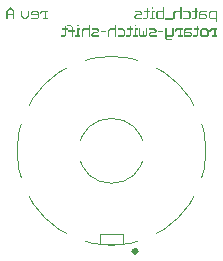
<source format=gbr>
%TF.GenerationSoftware,KiCad,Pcbnew,9.0.3-9.0.3-0~ubuntu22.04.1*%
%TF.CreationDate,2025-07-21T05:59:17-07:00*%
%TF.ProjectId,rotary-switch-shift,726f7461-7279-42d7-9377-697463682d73,rev?*%
%TF.SameCoordinates,Original*%
%TF.FileFunction,Legend,Bot*%
%TF.FilePolarity,Positive*%
%FSLAX46Y46*%
G04 Gerber Fmt 4.6, Leading zero omitted, Abs format (unit mm)*
G04 Created by KiCad (PCBNEW 9.0.3-9.0.3-0~ubuntu22.04.1) date 2025-07-21 05:59:17*
%MOMM*%
%LPD*%
G01*
G04 APERTURE LIST*
%ADD10C,0.150000*%
%ADD11C,0.100000*%
%ADD12C,0.120000*%
%ADD13C,0.300000*%
G04 APERTURE END LIST*
D10*
G36*
X148917934Y-64111367D02*
G01*
X148805949Y-64111367D01*
X148805949Y-63830000D01*
X148359778Y-63830000D01*
X148218422Y-63688705D01*
X148218422Y-63317944D01*
X148330408Y-63317944D01*
X148330408Y-63642543D01*
X148408749Y-63720884D01*
X148805949Y-63720884D01*
X148805949Y-63239603D01*
X148408749Y-63239603D01*
X148330408Y-63317944D01*
X148218422Y-63317944D01*
X148218422Y-63271782D01*
X148359778Y-63130488D01*
X148917934Y-63130488D01*
X148917934Y-64111367D01*
G37*
G36*
X148068946Y-63239603D02*
G01*
X147601770Y-63239603D01*
X147523429Y-63318372D01*
X147523429Y-63419672D01*
X147969600Y-63419672D01*
X148110956Y-63560783D01*
X148110956Y-63688888D01*
X147969600Y-63830000D01*
X147411444Y-63830000D01*
X147411444Y-63720884D01*
X147523429Y-63720884D01*
X147920629Y-63720884D01*
X147998970Y-63642909D01*
X147998970Y-63606762D01*
X147920629Y-63528787D01*
X147523429Y-63528787D01*
X147523429Y-63720884D01*
X147411444Y-63720884D01*
X147411444Y-63271966D01*
X147552800Y-63130488D01*
X148068946Y-63130488D01*
X148068946Y-63239603D01*
G37*
G36*
X146785205Y-63830000D02*
G01*
X147060101Y-63830000D01*
X147201395Y-63688705D01*
X147201395Y-63239603D01*
X147342079Y-63239603D01*
X147342079Y-63130488D01*
X147201395Y-63130488D01*
X147201395Y-62913600D01*
X147089410Y-62913600D01*
X147089410Y-63130488D01*
X146857501Y-63130488D01*
X146857501Y-63239603D01*
X147089410Y-63239603D01*
X147089410Y-63642543D01*
X147011191Y-63720884D01*
X146785205Y-63720884D01*
X146785205Y-63830000D01*
G37*
G36*
X146065177Y-63830000D02*
G01*
X146552991Y-63830000D01*
X146694347Y-63688705D01*
X146694347Y-63271782D01*
X146552991Y-63130488D01*
X146065177Y-63130488D01*
X146065177Y-63239603D01*
X146504082Y-63239603D01*
X146582362Y-63317944D01*
X146582362Y-63642543D01*
X146504082Y-63720884D01*
X146065177Y-63720884D01*
X146065177Y-63830000D01*
G37*
G36*
X145240614Y-63830000D02*
G01*
X145352599Y-63830000D01*
X145352599Y-63317944D01*
X145430940Y-63239603D01*
X145828140Y-63239603D01*
X145828140Y-63830000D01*
X145940125Y-63830000D01*
X145940125Y-62849120D01*
X145828140Y-62849120D01*
X145828140Y-63130488D01*
X145381969Y-63130488D01*
X145240614Y-63271782D01*
X145240614Y-63830000D01*
G37*
G36*
X144566503Y-63884710D02*
G01*
X145168318Y-63884710D01*
X145168318Y-63775594D01*
X144566503Y-63775594D01*
X144566503Y-63884710D01*
G37*
G36*
X144484438Y-63830000D02*
G01*
X143926282Y-63830000D01*
X143784926Y-63688705D01*
X143784926Y-63317944D01*
X143896912Y-63317944D01*
X143896912Y-63642543D01*
X143975252Y-63720884D01*
X144372452Y-63720884D01*
X144372452Y-63239603D01*
X143975252Y-63239603D01*
X143896912Y-63317944D01*
X143784926Y-63317944D01*
X143784926Y-63271782D01*
X143926282Y-63130488D01*
X144372452Y-63130488D01*
X144372452Y-62849120D01*
X144484438Y-62849120D01*
X144484438Y-63830000D01*
G37*
G36*
X143243684Y-63830000D02*
G01*
X143693091Y-63830000D01*
X143693091Y-63720884D01*
X143525052Y-63720884D01*
X143525052Y-63239603D01*
X143693091Y-63239603D01*
X143693091Y-63130488D01*
X143413066Y-63130488D01*
X143413066Y-63720884D01*
X143243684Y-63720884D01*
X143243684Y-63830000D01*
G37*
G36*
X143413066Y-62962449D02*
G01*
X143525052Y-62962449D01*
X143525052Y-62849120D01*
X143413066Y-62849120D01*
X143413066Y-62962449D01*
G37*
G36*
X142687787Y-63830000D02*
G01*
X142962683Y-63830000D01*
X143103977Y-63688705D01*
X143103977Y-63239603D01*
X143244661Y-63239603D01*
X143244661Y-63130488D01*
X143103977Y-63130488D01*
X143103977Y-62913600D01*
X142991992Y-62913600D01*
X142991992Y-63130488D01*
X142760083Y-63130488D01*
X142760083Y-63239603D01*
X142991992Y-63239603D01*
X142991992Y-63642543D01*
X142913773Y-63720884D01*
X142687787Y-63720884D01*
X142687787Y-63830000D01*
G37*
G36*
X142079195Y-63830000D02*
G01*
X142602486Y-63830000D01*
X142602486Y-63720884D01*
X142128166Y-63720884D01*
X142049825Y-63641749D01*
X142049825Y-63612135D01*
X142128166Y-63533000D01*
X142475113Y-63533000D01*
X142616468Y-63392011D01*
X142616468Y-63271477D01*
X142475113Y-63130488D01*
X141965867Y-63130488D01*
X141965867Y-63239603D01*
X142426142Y-63239603D01*
X142504483Y-63317212D01*
X142504483Y-63346277D01*
X142426142Y-63423885D01*
X142079195Y-63423885D01*
X141937840Y-63565484D01*
X141937840Y-63688400D01*
X142079195Y-63830000D01*
G37*
G36*
X134174179Y-63830000D02*
G01*
X134607954Y-63830000D01*
X134607954Y-63720884D01*
X134467270Y-63720884D01*
X134467270Y-63239603D01*
X134607954Y-63239603D01*
X134607954Y-63130488D01*
X134073307Y-63130488D01*
X133931890Y-63271782D01*
X133931890Y-63396285D01*
X134043875Y-63396285D01*
X134043875Y-63317944D01*
X134122338Y-63239603D01*
X134355285Y-63239603D01*
X134355285Y-63720884D01*
X134174179Y-63720884D01*
X134174179Y-63830000D01*
G37*
G36*
X133847871Y-63271477D02*
G01*
X133847871Y-63688400D01*
X133706515Y-63830000D01*
X133190369Y-63830000D01*
X133190369Y-63720884D01*
X133657544Y-63720884D01*
X133735885Y-63641749D01*
X133735885Y-63533000D01*
X133148359Y-63533000D01*
X133148359Y-63317212D01*
X133260344Y-63317212D01*
X133260344Y-63423885D01*
X133735885Y-63423885D01*
X133735885Y-63317212D01*
X133657544Y-63239603D01*
X133338685Y-63239603D01*
X133260344Y-63317212D01*
X133148359Y-63317212D01*
X133148359Y-63271477D01*
X133289715Y-63130488D01*
X133706515Y-63130488D01*
X133847871Y-63271477D01*
G37*
G36*
X132344312Y-63130488D02*
G01*
X132344312Y-63547411D01*
X132626962Y-63830000D01*
X132761173Y-63830000D01*
X133043823Y-63547411D01*
X133043823Y-63130488D01*
X132931838Y-63130488D01*
X132931838Y-63501249D01*
X132712263Y-63720884D01*
X132675871Y-63720884D01*
X132456297Y-63501249D01*
X132456297Y-63130488D01*
X132344312Y-63130488D01*
G37*
G36*
X131785484Y-63132564D02*
G01*
X131785484Y-63830000D01*
X131673499Y-63830000D01*
X131673499Y-63532695D01*
X131197958Y-63532695D01*
X131197958Y-63830000D01*
X131085972Y-63830000D01*
X131085972Y-63178970D01*
X131197958Y-63178970D01*
X131197958Y-63423579D01*
X131673499Y-63423579D01*
X131673499Y-63178970D01*
X131453924Y-62958236D01*
X131417532Y-62958236D01*
X131197958Y-63178970D01*
X131085972Y-63178970D01*
X131085972Y-63132564D01*
X131368622Y-62849120D01*
X131502834Y-62849120D01*
X131785484Y-63132564D01*
G37*
G36*
X148538869Y-65330000D02*
G01*
X148972644Y-65330000D01*
X148972644Y-65220884D01*
X148831960Y-65220884D01*
X148831960Y-64739603D01*
X148972644Y-64739603D01*
X148972644Y-64630488D01*
X148437997Y-64630488D01*
X148296580Y-64771782D01*
X148296580Y-64896285D01*
X148408565Y-64896285D01*
X148408565Y-64817944D01*
X148487028Y-64739603D01*
X148719975Y-64739603D01*
X148719975Y-65220884D01*
X148538869Y-65220884D01*
X148538869Y-65330000D01*
G37*
G36*
X148212561Y-64771782D02*
G01*
X148212561Y-65188705D01*
X148071205Y-65330000D01*
X147654405Y-65330000D01*
X147513049Y-65188705D01*
X147513049Y-64817944D01*
X147625034Y-64817944D01*
X147625034Y-65142543D01*
X147703375Y-65220884D01*
X148022234Y-65220884D01*
X148100575Y-65142543D01*
X148100575Y-64817944D01*
X148022234Y-64739603D01*
X147703375Y-64739603D01*
X147625034Y-64817944D01*
X147513049Y-64817944D01*
X147513049Y-64771782D01*
X147654405Y-64630488D01*
X148071205Y-64630488D01*
X148212561Y-64771782D01*
G37*
G36*
X146892672Y-65330000D02*
G01*
X147167568Y-65330000D01*
X147308862Y-65188705D01*
X147308862Y-64739603D01*
X147449546Y-64739603D01*
X147449546Y-64630488D01*
X147308862Y-64630488D01*
X147308862Y-64413600D01*
X147196877Y-64413600D01*
X147196877Y-64630488D01*
X146964968Y-64630488D01*
X146964968Y-64739603D01*
X147196877Y-64739603D01*
X147196877Y-65142543D01*
X147118658Y-65220884D01*
X146892672Y-65220884D01*
X146892672Y-65330000D01*
G37*
G36*
X146779344Y-64739603D02*
G01*
X146312168Y-64739603D01*
X146233827Y-64818372D01*
X146233827Y-64919672D01*
X146679998Y-64919672D01*
X146821353Y-65060783D01*
X146821353Y-65188888D01*
X146679998Y-65330000D01*
X146121842Y-65330000D01*
X146121842Y-65220884D01*
X146233827Y-65220884D01*
X146631027Y-65220884D01*
X146709368Y-65142909D01*
X146709368Y-65106762D01*
X146631027Y-65028787D01*
X146233827Y-65028787D01*
X146233827Y-65220884D01*
X146121842Y-65220884D01*
X146121842Y-64771966D01*
X146263197Y-64630488D01*
X146779344Y-64630488D01*
X146779344Y-64739603D01*
G37*
G36*
X145591346Y-65330000D02*
G01*
X146025122Y-65330000D01*
X146025122Y-65220884D01*
X145884438Y-65220884D01*
X145884438Y-64739603D01*
X146025122Y-64739603D01*
X146025122Y-64630488D01*
X145490474Y-64630488D01*
X145349057Y-64771782D01*
X145349057Y-64896285D01*
X145461043Y-64896285D01*
X145461043Y-64817944D01*
X145539506Y-64739603D01*
X145772452Y-64739603D01*
X145772452Y-65220884D01*
X145591346Y-65220884D01*
X145591346Y-65330000D01*
G37*
G36*
X144699066Y-65611367D02*
G01*
X145115867Y-65611367D01*
X145115867Y-65502252D01*
X144748037Y-65502252D01*
X144669696Y-65423178D01*
X144669696Y-65330000D01*
X145115867Y-65330000D01*
X145257222Y-65188705D01*
X145257222Y-64630488D01*
X145145237Y-64630488D01*
X145145237Y-65142543D01*
X145066896Y-65220884D01*
X144669696Y-65220884D01*
X144669696Y-64630488D01*
X144557711Y-64630488D01*
X144557711Y-65469767D01*
X144699066Y-65611367D01*
G37*
G36*
X143965666Y-64966566D02*
G01*
X144383810Y-64966566D01*
X144383810Y-64857451D01*
X143965666Y-64857451D01*
X143965666Y-64966566D01*
G37*
G36*
X143291617Y-65330000D02*
G01*
X143814907Y-65330000D01*
X143814907Y-65220884D01*
X143340587Y-65220884D01*
X143262247Y-65141749D01*
X143262247Y-65112135D01*
X143340587Y-65033000D01*
X143687534Y-65033000D01*
X143828890Y-64892011D01*
X143828890Y-64771477D01*
X143687534Y-64630488D01*
X143178288Y-64630488D01*
X143178288Y-64739603D01*
X143638564Y-64739603D01*
X143716905Y-64817212D01*
X143716905Y-64846277D01*
X143638564Y-64923885D01*
X143291617Y-64923885D01*
X143150261Y-65065484D01*
X143150261Y-65188400D01*
X143291617Y-65330000D01*
G37*
G36*
X142479143Y-65330000D02*
G01*
X142897042Y-65330000D01*
X143038520Y-65188705D01*
X143038520Y-64630488D01*
X142926535Y-64630488D01*
X142926535Y-65142543D01*
X142847950Y-65220884D01*
X142744085Y-65220884D01*
X142744085Y-64840354D01*
X142632100Y-64840354D01*
X142632100Y-65220884D01*
X142528236Y-65220884D01*
X142449651Y-65142543D01*
X142449651Y-64630488D01*
X142337665Y-64630488D01*
X142337665Y-65188705D01*
X142479143Y-65330000D01*
G37*
G36*
X141792882Y-65330000D02*
G01*
X142242288Y-65330000D01*
X142242288Y-65220884D01*
X142074249Y-65220884D01*
X142074249Y-64739603D01*
X142242288Y-64739603D01*
X142242288Y-64630488D01*
X141962264Y-64630488D01*
X141962264Y-65220884D01*
X141792882Y-65220884D01*
X141792882Y-65330000D01*
G37*
G36*
X141962264Y-64462449D02*
G01*
X142074249Y-64462449D01*
X142074249Y-64349120D01*
X141962264Y-64349120D01*
X141962264Y-64462449D01*
G37*
G36*
X141236985Y-65330000D02*
G01*
X141511880Y-65330000D01*
X141653175Y-65188705D01*
X141653175Y-64739603D01*
X141793859Y-64739603D01*
X141793859Y-64630488D01*
X141653175Y-64630488D01*
X141653175Y-64413600D01*
X141541189Y-64413600D01*
X141541189Y-64630488D01*
X141309281Y-64630488D01*
X141309281Y-64739603D01*
X141541189Y-64739603D01*
X141541189Y-65142543D01*
X141462971Y-65220884D01*
X141236985Y-65220884D01*
X141236985Y-65330000D01*
G37*
G36*
X140516957Y-65330000D02*
G01*
X141004771Y-65330000D01*
X141146127Y-65188705D01*
X141146127Y-64771782D01*
X141004771Y-64630488D01*
X140516957Y-64630488D01*
X140516957Y-64739603D01*
X140955861Y-64739603D01*
X141034141Y-64817944D01*
X141034141Y-65142543D01*
X140955861Y-65220884D01*
X140516957Y-65220884D01*
X140516957Y-65330000D01*
G37*
G36*
X139692393Y-65330000D02*
G01*
X139804378Y-65330000D01*
X139804378Y-64817944D01*
X139882719Y-64739603D01*
X140279919Y-64739603D01*
X140279919Y-65330000D01*
X140391905Y-65330000D01*
X140391905Y-64349120D01*
X140279919Y-64349120D01*
X140279919Y-64630488D01*
X139833749Y-64630488D01*
X139692393Y-64771782D01*
X139692393Y-65330000D01*
G37*
G36*
X139112072Y-64966566D02*
G01*
X139530216Y-64966566D01*
X139530216Y-64857451D01*
X139112072Y-64857451D01*
X139112072Y-64966566D01*
G37*
G36*
X138438023Y-65330000D02*
G01*
X138961313Y-65330000D01*
X138961313Y-65220884D01*
X138486994Y-65220884D01*
X138408653Y-65141749D01*
X138408653Y-65112135D01*
X138486994Y-65033000D01*
X138833941Y-65033000D01*
X138975296Y-64892011D01*
X138975296Y-64771477D01*
X138833941Y-64630488D01*
X138324694Y-64630488D01*
X138324694Y-64739603D01*
X138784970Y-64739603D01*
X138863311Y-64817212D01*
X138863311Y-64846277D01*
X138784970Y-64923885D01*
X138438023Y-64923885D01*
X138296667Y-65065484D01*
X138296667Y-65188400D01*
X138438023Y-65330000D01*
G37*
G36*
X137473691Y-65330000D02*
G01*
X137585676Y-65330000D01*
X137585676Y-64817944D01*
X137664017Y-64739603D01*
X138061217Y-64739603D01*
X138061217Y-65330000D01*
X138173203Y-65330000D01*
X138173203Y-64349120D01*
X138061217Y-64349120D01*
X138061217Y-64630488D01*
X137615047Y-64630488D01*
X137473691Y-64771782D01*
X137473691Y-65330000D01*
G37*
G36*
X136924633Y-65330000D02*
G01*
X137374040Y-65330000D01*
X137374040Y-65220884D01*
X137206001Y-65220884D01*
X137206001Y-64739603D01*
X137374040Y-64739603D01*
X137374040Y-64630488D01*
X137094016Y-64630488D01*
X137094016Y-65220884D01*
X136924633Y-65220884D01*
X136924633Y-65330000D01*
G37*
G36*
X137094016Y-64462449D02*
G01*
X137206001Y-64462449D01*
X137206001Y-64349120D01*
X137094016Y-64349120D01*
X137094016Y-64462449D01*
G37*
G36*
X136637770Y-65330000D02*
G01*
X136749755Y-65330000D01*
X136749755Y-64895919D01*
X136890439Y-64895919D01*
X136890439Y-64786803D01*
X136749755Y-64786803D01*
X136749755Y-64490659D01*
X136608400Y-64349120D01*
X136263224Y-64349120D01*
X136263224Y-64458236D01*
X136559429Y-64458236D01*
X136637770Y-64537187D01*
X136637770Y-64786803D01*
X136335519Y-64786803D01*
X136335519Y-64895919D01*
X136637770Y-64895919D01*
X136637770Y-65330000D01*
G37*
G36*
X135751290Y-65330000D02*
G01*
X136026186Y-65330000D01*
X136167480Y-65188705D01*
X136167480Y-64739603D01*
X136308164Y-64739603D01*
X136308164Y-64630488D01*
X136167480Y-64630488D01*
X136167480Y-64413600D01*
X136055495Y-64413600D01*
X136055495Y-64630488D01*
X135823586Y-64630488D01*
X135823586Y-64739603D01*
X136055495Y-64739603D01*
X136055495Y-65142543D01*
X135977276Y-65220884D01*
X135751290Y-65220884D01*
X135751290Y-65330000D01*
G37*
%TO.C,SW1*%
D11*
X141000000Y-82000000D02*
X139000000Y-82000000D01*
X139000000Y-82900000D01*
X141000000Y-82900000D01*
X141000000Y-82000000D01*
X142750000Y-75000000D02*
G75*
G02*
X137250000Y-75000000I-2750000J0D01*
G01*
X137250000Y-75000000D02*
G75*
G02*
X142750000Y-75000000I2750000J0D01*
G01*
D12*
X148000000Y-75000000D02*
G75*
G02*
X132000000Y-75000000I-8000000J0D01*
G01*
X132000000Y-75000000D02*
G75*
G02*
X148000000Y-75000000I8000000J0D01*
G01*
D13*
X142150000Y-83500000D02*
G75*
G02*
X141850000Y-83500000I-150000J0D01*
G01*
X141850000Y-83500000D02*
G75*
G02*
X142150000Y-83500000I150000J0D01*
G01*
%TD*%
%LPC*%
G36*
X137181792Y-81589120D02*
G01*
X137333563Y-81651986D01*
X137470155Y-81743253D01*
X137586316Y-81859414D01*
X137677583Y-81996006D01*
X137740449Y-82147777D01*
X137772498Y-82308898D01*
X137772498Y-82473174D01*
X137740449Y-82634295D01*
X137677583Y-82786066D01*
X137586316Y-82922658D01*
X137470155Y-83038819D01*
X137333563Y-83130086D01*
X137181792Y-83192952D01*
X137020671Y-83225001D01*
X136856395Y-83225001D01*
X136695274Y-83192952D01*
X136543503Y-83130086D01*
X136406911Y-83038819D01*
X136290750Y-82922658D01*
X136199483Y-82786066D01*
X136136617Y-82634295D01*
X136104568Y-82473174D01*
X136104568Y-82308898D01*
X136136617Y-82147777D01*
X136199483Y-81996006D01*
X136290750Y-81859414D01*
X136406911Y-81743253D01*
X136543503Y-81651986D01*
X136695274Y-81589120D01*
X136856395Y-81557071D01*
X137020671Y-81557071D01*
X137181792Y-81589120D01*
G37*
G36*
X143304726Y-81589120D02*
G01*
X143456497Y-81651986D01*
X143593089Y-81743253D01*
X143709250Y-81859414D01*
X143800517Y-81996006D01*
X143863383Y-82147777D01*
X143895432Y-82308898D01*
X143895432Y-82473174D01*
X143863383Y-82634295D01*
X143800517Y-82786066D01*
X143709250Y-82922658D01*
X143593089Y-83038819D01*
X143456497Y-83130086D01*
X143304726Y-83192952D01*
X143143605Y-83225001D01*
X142979329Y-83225001D01*
X142818208Y-83192952D01*
X142666437Y-83130086D01*
X142529845Y-83038819D01*
X142413684Y-82922658D01*
X142322417Y-82786066D01*
X142259551Y-82634295D01*
X142227502Y-82473174D01*
X142227502Y-82308898D01*
X142259551Y-82147777D01*
X142322417Y-81996006D01*
X142413684Y-81859414D01*
X142529845Y-81743253D01*
X142666437Y-81651986D01*
X142818208Y-81589120D01*
X142979329Y-81557071D01*
X143143605Y-81557071D01*
X143304726Y-81589120D01*
G37*
G36*
X132852223Y-77259551D02*
G01*
X133003994Y-77322417D01*
X133140586Y-77413684D01*
X133256747Y-77529845D01*
X133348014Y-77666437D01*
X133410880Y-77818208D01*
X133442929Y-77979329D01*
X133442929Y-78143605D01*
X133410880Y-78304726D01*
X133348014Y-78456497D01*
X133256747Y-78593089D01*
X133140586Y-78709250D01*
X133003994Y-78800517D01*
X132852223Y-78863383D01*
X132691102Y-78895432D01*
X132526826Y-78895432D01*
X132365705Y-78863383D01*
X132213934Y-78800517D01*
X132077342Y-78709250D01*
X131961181Y-78593089D01*
X131869914Y-78456497D01*
X131807048Y-78304726D01*
X131774999Y-78143605D01*
X131774999Y-77979329D01*
X131807048Y-77818208D01*
X131869914Y-77666437D01*
X131961181Y-77529845D01*
X132077342Y-77413684D01*
X132213934Y-77322417D01*
X132365705Y-77259551D01*
X132526826Y-77227502D01*
X132691102Y-77227502D01*
X132852223Y-77259551D01*
G37*
G36*
X147634295Y-77259551D02*
G01*
X147786066Y-77322417D01*
X147922658Y-77413684D01*
X148038819Y-77529845D01*
X148130086Y-77666437D01*
X148192952Y-77818208D01*
X148225001Y-77979329D01*
X148225001Y-78143605D01*
X148192952Y-78304726D01*
X148130086Y-78456497D01*
X148038819Y-78593089D01*
X147922658Y-78709250D01*
X147786066Y-78800517D01*
X147634295Y-78863383D01*
X147473174Y-78895432D01*
X147308898Y-78895432D01*
X147147777Y-78863383D01*
X146996006Y-78800517D01*
X146859414Y-78709250D01*
X146743253Y-78593089D01*
X146651986Y-78456497D01*
X146589120Y-78304726D01*
X146557071Y-78143605D01*
X146557071Y-77979329D01*
X146589120Y-77818208D01*
X146651986Y-77666437D01*
X146743253Y-77529845D01*
X146859414Y-77413684D01*
X146996006Y-77322417D01*
X147147777Y-77259551D01*
X147308898Y-77227502D01*
X147473174Y-77227502D01*
X147634295Y-77259551D01*
G37*
G36*
X137493259Y-74198084D02*
G01*
X137645030Y-74260950D01*
X137781622Y-74352217D01*
X137897783Y-74468378D01*
X137989050Y-74604970D01*
X138051916Y-74756741D01*
X138083965Y-74917862D01*
X138083965Y-75082138D01*
X138051916Y-75243259D01*
X137989050Y-75395030D01*
X137897783Y-75531622D01*
X137781622Y-75647783D01*
X137645030Y-75739050D01*
X137493259Y-75801916D01*
X137332138Y-75833965D01*
X137167862Y-75833965D01*
X137006741Y-75801916D01*
X136854970Y-75739050D01*
X136718378Y-75647783D01*
X136602217Y-75531622D01*
X136510950Y-75395030D01*
X136448084Y-75243259D01*
X136416035Y-75082138D01*
X136416035Y-74917862D01*
X136448084Y-74756741D01*
X136510950Y-74604970D01*
X136602217Y-74468378D01*
X136718378Y-74352217D01*
X136854970Y-74260950D01*
X137006741Y-74198084D01*
X137167862Y-74166035D01*
X137332138Y-74166035D01*
X137493259Y-74198084D01*
G37*
G36*
X140243259Y-74198084D02*
G01*
X140395030Y-74260950D01*
X140531622Y-74352217D01*
X140647783Y-74468378D01*
X140739050Y-74604970D01*
X140801916Y-74756741D01*
X140833965Y-74917862D01*
X140833965Y-75082138D01*
X140801916Y-75243259D01*
X140739050Y-75395030D01*
X140647783Y-75531622D01*
X140531622Y-75647783D01*
X140395030Y-75739050D01*
X140243259Y-75801916D01*
X140082138Y-75833965D01*
X139917862Y-75833965D01*
X139756741Y-75801916D01*
X139604970Y-75739050D01*
X139468378Y-75647783D01*
X139352217Y-75531622D01*
X139260950Y-75395030D01*
X139198084Y-75243259D01*
X139166035Y-75082138D01*
X139166035Y-74917862D01*
X139198084Y-74756741D01*
X139260950Y-74604970D01*
X139352217Y-74468378D01*
X139468378Y-74352217D01*
X139604970Y-74260950D01*
X139756741Y-74198084D01*
X139917862Y-74166035D01*
X140082138Y-74166035D01*
X140243259Y-74198084D01*
G37*
G36*
X142993259Y-74198084D02*
G01*
X143145030Y-74260950D01*
X143281622Y-74352217D01*
X143397783Y-74468378D01*
X143489050Y-74604970D01*
X143551916Y-74756741D01*
X143583965Y-74917862D01*
X143583965Y-75082138D01*
X143551916Y-75243259D01*
X143489050Y-75395030D01*
X143397783Y-75531622D01*
X143281622Y-75647783D01*
X143145030Y-75739050D01*
X142993259Y-75801916D01*
X142832138Y-75833965D01*
X142667862Y-75833965D01*
X142506741Y-75801916D01*
X142354970Y-75739050D01*
X142218378Y-75647783D01*
X142102217Y-75531622D01*
X142010950Y-75395030D01*
X141948084Y-75243259D01*
X141916035Y-75082138D01*
X141916035Y-74917862D01*
X141948084Y-74756741D01*
X142010950Y-74604970D01*
X142102217Y-74468378D01*
X142218378Y-74352217D01*
X142354970Y-74260950D01*
X142506741Y-74198084D01*
X142667862Y-74166035D01*
X142832138Y-74166035D01*
X142993259Y-74198084D01*
G37*
G36*
X132852223Y-71136617D02*
G01*
X133003994Y-71199483D01*
X133140586Y-71290750D01*
X133256747Y-71406911D01*
X133348014Y-71543503D01*
X133410880Y-71695274D01*
X133442929Y-71856395D01*
X133442929Y-72020671D01*
X133410880Y-72181792D01*
X133348014Y-72333563D01*
X133256747Y-72470155D01*
X133140586Y-72586316D01*
X133003994Y-72677583D01*
X132852223Y-72740449D01*
X132691102Y-72772498D01*
X132526826Y-72772498D01*
X132365705Y-72740449D01*
X132213934Y-72677583D01*
X132077342Y-72586316D01*
X131961181Y-72470155D01*
X131869914Y-72333563D01*
X131807048Y-72181792D01*
X131774999Y-72020671D01*
X131774999Y-71856395D01*
X131807048Y-71695274D01*
X131869914Y-71543503D01*
X131961181Y-71406911D01*
X132077342Y-71290750D01*
X132213934Y-71199483D01*
X132365705Y-71136617D01*
X132526826Y-71104568D01*
X132691102Y-71104568D01*
X132852223Y-71136617D01*
G37*
G36*
X147634295Y-71136617D02*
G01*
X147786066Y-71199483D01*
X147922658Y-71290750D01*
X148038819Y-71406911D01*
X148130086Y-71543503D01*
X148192952Y-71695274D01*
X148225001Y-71856395D01*
X148225001Y-72020671D01*
X148192952Y-72181792D01*
X148130086Y-72333563D01*
X148038819Y-72470155D01*
X147922658Y-72586316D01*
X147786066Y-72677583D01*
X147634295Y-72740449D01*
X147473174Y-72772498D01*
X147308898Y-72772498D01*
X147147777Y-72740449D01*
X146996006Y-72677583D01*
X146859414Y-72586316D01*
X146743253Y-72470155D01*
X146651986Y-72333563D01*
X146589120Y-72181792D01*
X146557071Y-72020671D01*
X146557071Y-71856395D01*
X146589120Y-71695274D01*
X146651986Y-71543503D01*
X146743253Y-71406911D01*
X146859414Y-71290750D01*
X146996006Y-71199483D01*
X147147777Y-71136617D01*
X147308898Y-71104568D01*
X147473174Y-71104568D01*
X147634295Y-71136617D01*
G37*
G36*
X137181792Y-66807048D02*
G01*
X137333563Y-66869914D01*
X137470155Y-66961181D01*
X137586316Y-67077342D01*
X137677583Y-67213934D01*
X137740449Y-67365705D01*
X137772498Y-67526826D01*
X137772498Y-67691102D01*
X137740449Y-67852223D01*
X137677583Y-68003994D01*
X137586316Y-68140586D01*
X137470155Y-68256747D01*
X137333563Y-68348014D01*
X137181792Y-68410880D01*
X137020671Y-68442929D01*
X136856395Y-68442929D01*
X136695274Y-68410880D01*
X136543503Y-68348014D01*
X136406911Y-68256747D01*
X136290750Y-68140586D01*
X136199483Y-68003994D01*
X136136617Y-67852223D01*
X136104568Y-67691102D01*
X136104568Y-67526826D01*
X136136617Y-67365705D01*
X136199483Y-67213934D01*
X136290750Y-67077342D01*
X136406911Y-66961181D01*
X136543503Y-66869914D01*
X136695274Y-66807048D01*
X136856395Y-66774999D01*
X137020671Y-66774999D01*
X137181792Y-66807048D01*
G37*
G36*
X143304726Y-66807048D02*
G01*
X143456497Y-66869914D01*
X143593089Y-66961181D01*
X143709250Y-67077342D01*
X143800517Y-67213934D01*
X143863383Y-67365705D01*
X143895432Y-67526826D01*
X143895432Y-67691102D01*
X143863383Y-67852223D01*
X143800517Y-68003994D01*
X143709250Y-68140586D01*
X143593089Y-68256747D01*
X143456497Y-68348014D01*
X143304726Y-68410880D01*
X143143605Y-68442929D01*
X142979329Y-68442929D01*
X142818208Y-68410880D01*
X142666437Y-68348014D01*
X142529845Y-68256747D01*
X142413684Y-68140586D01*
X142322417Y-68003994D01*
X142259551Y-67852223D01*
X142227502Y-67691102D01*
X142227502Y-67526826D01*
X142259551Y-67365705D01*
X142322417Y-67213934D01*
X142413684Y-67077342D01*
X142529845Y-66961181D01*
X142666437Y-66869914D01*
X142818208Y-66807048D01*
X142979329Y-66774999D01*
X143143605Y-66774999D01*
X143304726Y-66807048D01*
G37*
G36*
X135784542Y-60114893D02*
G01*
X135796870Y-60123130D01*
X135805107Y-60135458D01*
X135808000Y-60150000D01*
X135808000Y-61850000D01*
X135805107Y-61864542D01*
X135796870Y-61876870D01*
X135784542Y-61885107D01*
X135770000Y-61888000D01*
X134070000Y-61888000D01*
X134055458Y-61885107D01*
X134043130Y-61876870D01*
X134034893Y-61864542D01*
X134032000Y-61850000D01*
X134032000Y-60150000D01*
X134034893Y-60135458D01*
X134043130Y-60123130D01*
X134055458Y-60114893D01*
X134070000Y-60112000D01*
X135770000Y-60112000D01*
X135784542Y-60114893D01*
G37*
G36*
X137717773Y-60150237D02*
G01*
X137878600Y-60216854D01*
X138023341Y-60313567D01*
X138146433Y-60436659D01*
X138243146Y-60581400D01*
X138309763Y-60742227D01*
X138343724Y-60912961D01*
X138343724Y-61087039D01*
X138309763Y-61257773D01*
X138243146Y-61418600D01*
X138146433Y-61563341D01*
X138023341Y-61686433D01*
X137878600Y-61783146D01*
X137717773Y-61849763D01*
X137547039Y-61883724D01*
X137372961Y-61883724D01*
X137202227Y-61849763D01*
X137041400Y-61783146D01*
X136896659Y-61686433D01*
X136773567Y-61563341D01*
X136676854Y-61418600D01*
X136610237Y-61257773D01*
X136576276Y-61087039D01*
X136576276Y-60912961D01*
X136610237Y-60742227D01*
X136676854Y-60581400D01*
X136773567Y-60436659D01*
X136896659Y-60313567D01*
X137041400Y-60216854D01*
X137202227Y-60150237D01*
X137372961Y-60116276D01*
X137547039Y-60116276D01*
X137717773Y-60150237D01*
G37*
G36*
X140257773Y-60150237D02*
G01*
X140418600Y-60216854D01*
X140563341Y-60313567D01*
X140686433Y-60436659D01*
X140783146Y-60581400D01*
X140849763Y-60742227D01*
X140883724Y-60912961D01*
X140883724Y-61087039D01*
X140849763Y-61257773D01*
X140783146Y-61418600D01*
X140686433Y-61563341D01*
X140563341Y-61686433D01*
X140418600Y-61783146D01*
X140257773Y-61849763D01*
X140087039Y-61883724D01*
X139912961Y-61883724D01*
X139742227Y-61849763D01*
X139581400Y-61783146D01*
X139436659Y-61686433D01*
X139313567Y-61563341D01*
X139216854Y-61418600D01*
X139150237Y-61257773D01*
X139116276Y-61087039D01*
X139116276Y-60912961D01*
X139150237Y-60742227D01*
X139216854Y-60581400D01*
X139313567Y-60436659D01*
X139436659Y-60313567D01*
X139581400Y-60216854D01*
X139742227Y-60150237D01*
X139912961Y-60116276D01*
X140087039Y-60116276D01*
X140257773Y-60150237D01*
G37*
G36*
X142797773Y-60150237D02*
G01*
X142958600Y-60216854D01*
X143103341Y-60313567D01*
X143226433Y-60436659D01*
X143323146Y-60581400D01*
X143389763Y-60742227D01*
X143423724Y-60912961D01*
X143423724Y-61087039D01*
X143389763Y-61257773D01*
X143323146Y-61418600D01*
X143226433Y-61563341D01*
X143103341Y-61686433D01*
X142958600Y-61783146D01*
X142797773Y-61849763D01*
X142627039Y-61883724D01*
X142452961Y-61883724D01*
X142282227Y-61849763D01*
X142121400Y-61783146D01*
X141976659Y-61686433D01*
X141853567Y-61563341D01*
X141756854Y-61418600D01*
X141690237Y-61257773D01*
X141656276Y-61087039D01*
X141656276Y-60912961D01*
X141690237Y-60742227D01*
X141756854Y-60581400D01*
X141853567Y-60436659D01*
X141976659Y-60313567D01*
X142121400Y-60216854D01*
X142282227Y-60150237D01*
X142452961Y-60116276D01*
X142627039Y-60116276D01*
X142797773Y-60150237D01*
G37*
G36*
X145337773Y-60150237D02*
G01*
X145498600Y-60216854D01*
X145643341Y-60313567D01*
X145766433Y-60436659D01*
X145863146Y-60581400D01*
X145929763Y-60742227D01*
X145963724Y-60912961D01*
X145963724Y-61087039D01*
X145929763Y-61257773D01*
X145863146Y-61418600D01*
X145766433Y-61563341D01*
X145643341Y-61686433D01*
X145498600Y-61783146D01*
X145337773Y-61849763D01*
X145167039Y-61883724D01*
X144992961Y-61883724D01*
X144822227Y-61849763D01*
X144661400Y-61783146D01*
X144516659Y-61686433D01*
X144393567Y-61563341D01*
X144296854Y-61418600D01*
X144230237Y-61257773D01*
X144196276Y-61087039D01*
X144196276Y-60912961D01*
X144230237Y-60742227D01*
X144296854Y-60581400D01*
X144393567Y-60436659D01*
X144516659Y-60313567D01*
X144661400Y-60216854D01*
X144822227Y-60150237D01*
X144992961Y-60116276D01*
X145167039Y-60116276D01*
X145337773Y-60150237D01*
G37*
%LPD*%
M02*

</source>
